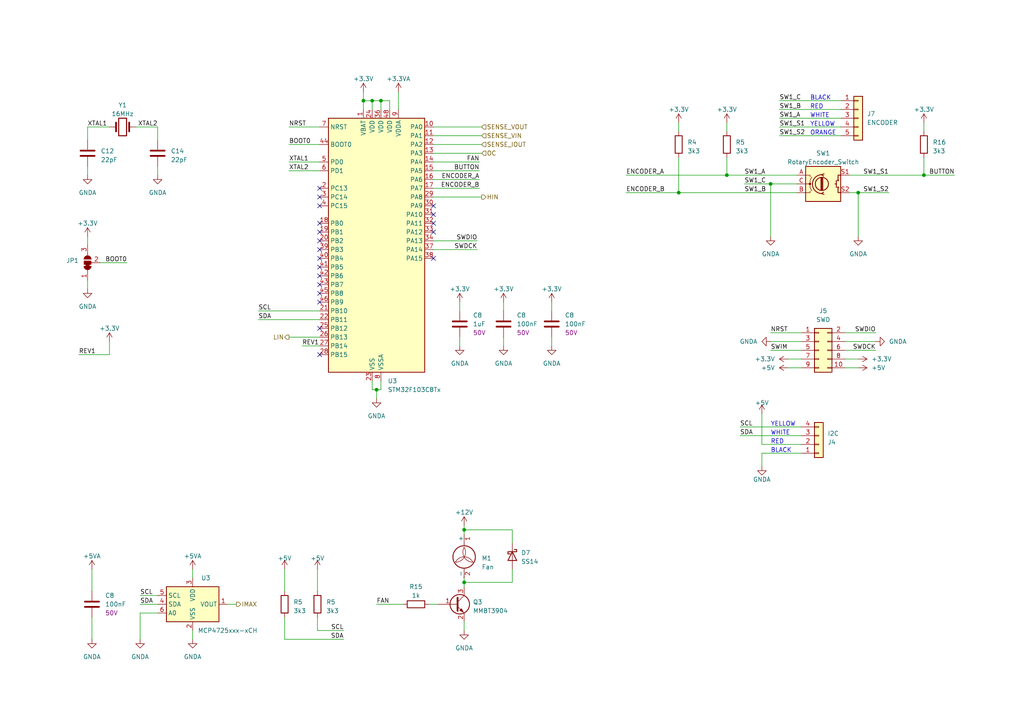
<source format=kicad_sch>
(kicad_sch (version 20230121) (generator eeschema)
  (paper "A4")
  (title_block (title "HIGH VOLTAGE POWER SUPPLY") (date "2023-10-23") (rev "REV1") (company "INSTITUTO TECNOLOGICO DE AERONAUTICA (ITA)") (comment 1 "PROF. COLOMBO") (comment 2 "OUTPUT CURRENT: 0 - 5 A") (comment 3 "OUTPUT VOLTAGE: 0 - 300 V"))
  (lib_symbols
    (symbol "Analog_DAC:MCP4725xxx-xCH"
      (property "Reference" "U" (at -6.35 6.35 0))
      (property "Value" "MCP4725xxx-xCH" (at 8.89 6.35 0))
      (symbol "MCP4725xxx-xCH_0_1"
        (rectangle (start -7.62 5.08) (end 7.62 -5.08) (stroke (width 0.254)) (fill (type background)))
      )
      (symbol "MCP4725xxx-xCH_1_1"
        (pin output line (at 10.16 0 180) (length 2.54) (name "VOUT") (number "1"))
        (pin power_in line (at 0 -7.62 90) (length 2.54) (name "VSS") (number "2"))
        (pin power_in line (at 0 7.62 270) (length 2.54) (name "VDD") (number "3"))
        (pin bidirectional line (at -10.16 0 0) (length 2.54) (name "SDA") (number "4"))
        (pin input line (at -10.16 2.54 0) (length 2.54) (name "SCL") (number "5"))
        (pin input line (at -10.16 -2.54 0) (length 2.54) (name "A0") (number "6"))
      )
    )
    (symbol "Connector_Generic:Conn_01x04" (pin_names (offset 1.016) hide)
      (property "Reference" "J" (at 0 5.08 0))
      (property "Value" "Conn_01x04" (at 0 -7.62 0))
      (symbol "Conn_01x04_1_1"
        (rectangle (start -1.27 -4.953) (end 0 -5.207) (stroke (width 0.1524)))
        (rectangle (start -1.27 -2.413) (end 0 -2.667) (stroke (width 0.1524)))
        (rectangle (start -1.27 0.127) (end 0 -0.127) (stroke (width 0.1524)))
        (rectangle (start -1.27 2.667) (end 0 2.413) (stroke (width 0.1524)))
        (rectangle (start -1.27 3.81) (end 1.27 -6.35) (stroke (width 0.254)) (fill (type background)))
        (pin passive line (at -5.08 2.54 0) (length 3.81) (name "Pin_1") (number "1"))
        (pin passive line (at -5.08 0 0) (length 3.81) (name "Pin_2") (number "2"))
        (pin passive line (at -5.08 -2.54 0) (length 3.81) (name "Pin_3") (number "3"))
        (pin passive line (at -5.08 -5.08 0) (length 3.81) (name "Pin_4") (number "4"))
      )
    )
    (symbol "Connector_Generic:Conn_01x05" (pin_names (offset 1.016) hide)
      (property "Reference" "J" (at 0 7.62 0))
      (property "Value" "Conn_01x05" (at 0 -7.62 0))
      (symbol "Conn_01x05_1_1"
        (rectangle (start -1.27 -4.953) (end 0 -5.207) (stroke (width 0.1524)))
        (rectangle (start -1.27 -2.413) (end 0 -2.667) (stroke (width 0.1524)))
        (rectangle (start -1.27 0.127) (end 0 -0.127) (stroke (width 0.1524)))
        (rectangle (start -1.27 2.667) (end 0 2.413) (stroke (width 0.1524)))
        (rectangle (start -1.27 5.207) (end 0 4.953) (stroke (width 0.1524)))
        (rectangle (start -1.27 6.35) (end 1.27 -6.35) (stroke (width 0.254)) (fill (type background)))
        (pin passive line (at -5.08 5.08 0) (length 3.81) (name "Pin_1") (number "1"))
        (pin passive line (at -5.08 2.54 0) (length 3.81) (name "Pin_2") (number "2"))
        (pin passive line (at -5.08 0 0) (length 3.81) (name "Pin_3") (number "3"))
        (pin passive line (at -5.08 -2.54 0) (length 3.81) (name "Pin_4") (number "4"))
        (pin passive line (at -5.08 -5.08 0) (length 3.81) (name "Pin_5") (number "5"))
      )
    )
    (symbol "Connector_Generic:Conn_02x05_Odd_Even" (pin_names (offset 1.016) hide)
      (property "Reference" "J" (at 1.27 7.62 0))
      (property "Value" "Conn_02x05_Odd_Even" (at 1.27 -7.62 0))
      (symbol "Conn_02x05_Odd_Even_1_1"
        (rectangle (start -1.27 -4.953) (end 0 -5.207) (stroke (width 0.1524)))
        (rectangle (start -1.27 -2.413) (end 0 -2.667) (stroke (width 0.1524)))
        (rectangle (start -1.27 0.127) (end 0 -0.127) (stroke (width 0.1524)))
        (rectangle (start -1.27 2.667) (end 0 2.413) (stroke (width 0.1524)))
        (rectangle (start -1.27 5.207) (end 0 4.953) (stroke (width 0.1524)))
        (rectangle (start -1.27 6.35) (end 3.81 -6.35) (stroke (width 0.254)) (fill (type background)))
        (rectangle (start 3.81 -4.953) (end 2.54 -5.207) (stroke (width 0.1524)))
        (rectangle (start 3.81 -2.413) (end 2.54 -2.667) (stroke (width 0.1524)))
        (rectangle (start 3.81 0.127) (end 2.54 -0.127) (stroke (width 0.1524)))
        (rectangle (start 3.81 2.667) (end 2.54 2.413) (stroke (width 0.1524)))
        (rectangle (start 3.81 5.207) (end 2.54 4.953) (stroke (width 0.1524)))
        (pin passive line (at -5.08 5.08 0) (length 3.81) (name "Pin_1") (number "1"))
        (pin passive line (at 7.62 -5.08 180) (length 3.81) (name "Pin_10") (number "10"))
        (pin passive line (at 7.62 5.08 180) (length 3.81) (name "Pin_2") (number "2"))
        (pin passive line (at -5.08 2.54 0) (length 3.81) (name "Pin_3") (number "3"))
        (pin passive line (at 7.62 2.54 180) (length 3.81) (name "Pin_4") (number "4"))
        (pin passive line (at -5.08 0 0) (length 3.81) (name "Pin_5") (number "5"))
        (pin passive line (at 7.62 0 180) (length 3.81) (name "Pin_6") (number "6"))
        (pin passive line (at -5.08 -2.54 0) (length 3.81) (name "Pin_7") (number "7"))
        (pin passive line (at 7.62 -2.54 180) (length 3.81) (name "Pin_8") (number "8"))
        (pin passive line (at -5.08 -5.08 0) (length 3.81) (name "Pin_9") (number "9"))
      )
    )
    (symbol "Device:C" (pin_numbers hide) (pin_names (offset 0.254))
      (property "Reference" "C" (at 0.635 2.54 0))
      (property "Value" "C" (at 0.635 -2.54 0))
      (symbol "C_0_1"
        (polyline (pts (xy -2.032 -0.762) (xy 2.032 -0.762)) (stroke (width 0.508)))
        (polyline (pts (xy -2.032 0.762) (xy 2.032 0.762)) (stroke (width 0.508)))
      )
      (symbol "C_1_1"
        (pin passive line (at 0 3.81 270) (length 2.794) (name "~") (number "1"))
        (pin passive line (at 0 -3.81 90) (length 2.794) (name "~") (number "2"))
      )
    )
    (symbol "Device:Crystal" (pin_numbers hide) (pin_names (offset 1.016) hide)
      (property "Reference" "Y" (at 0 3.81 0))
      (property "Value" "Crystal" (at 0 -3.81 0))
      (symbol "Crystal_0_1"
        (rectangle (start -1.143 2.54) (end 1.143 -2.54) (stroke (width 0.3048)))
        (polyline (pts (xy -2.54 0) (xy -1.905 0)))
        (polyline (pts (xy -1.905 -1.27) (xy -1.905 1.27)) (stroke (width 0.508)))
        (polyline (pts (xy 1.905 -1.27) (xy 1.905 1.27)) (stroke (width 0.508)))
        (polyline (pts (xy 2.54 0) (xy 1.905 0)))
      )
      (symbol "Crystal_1_1"
        (pin passive line (at -3.81 0 0) (length 1.27) (name "1") (number "1"))
        (pin passive line (at 3.81 0 180) (length 1.27) (name "2") (number "2"))
      )
    )
    (symbol "Device:D_Schottky" (pin_numbers hide) (pin_names (offset 1.016) hide)
      (property "Reference" "D" (at 0 2.54 0))
      (property "Value" "D_Schottky" (at 0 -2.54 0))
      (symbol "D_Schottky_0_1"
        (polyline (pts (xy 1.27 0) (xy -1.27 0)))
        (polyline (pts (xy 1.27 1.27) (xy 1.27 -1.27) (xy -1.27 0) (xy 1.27 1.27)) (stroke (width 0.254)))
        (polyline (pts (xy -1.905 0.635) (xy -1.905 1.27) (xy -1.27 1.27) (xy -1.27 -1.27) (xy -0.635 -1.27) (xy -0.635 -0.635)) (stroke (width 0.254)))
      )
      (symbol "D_Schottky_1_1"
        (pin passive line (at -3.81 0 0) (length 2.54) (name "K") (number "1"))
        (pin passive line (at 3.81 0 180) (length 2.54) (name "A") (number "2"))
      )
    )
    (symbol "Device:R" (pin_numbers hide) (pin_names (offset 0))
      (property "Reference" "R" (at 2.032 0 90))
      (property "Value" "R" (at 0 0 90))
      (symbol "R_0_1"
        (rectangle (start -1.016 -2.54) (end 1.016 2.54) (stroke (width 0.254)))
      )
      (symbol "R_1_1"
        (pin passive line (at 0 3.81 270) (length 1.27) (name "~") (number "1"))
        (pin passive line (at 0 -3.81 90) (length 1.27) (name "~") (number "2"))
      )
    )
    (symbol "Device:RotaryEncoder_Switch" (pin_names (offset 0.254) hide)
      (property "Reference" "SW" (at 0 6.604 0))
      (property "Value" "RotaryEncoder_Switch" (at 0 -6.604 0))
      (symbol "RotaryEncoder_Switch_0_1"
        (rectangle (start -5.08 5.08) (end 5.08 -5.08) (stroke (width 0.254)) (fill (type background)))
        (circle (center -3.81 0) (radius 0.254) (fill (type outline)))
        (circle (center -0.381 0) (radius 1.905) (stroke (width 0.254)))
        (arc (start -0.381 2.667) (mid -3.0988 -0.0635) (end -0.381 -2.794) (stroke (width 0.254)))
        (polyline (pts (xy -0.635 -1.778) (xy -0.635 1.778)) (stroke (width 0.254)))
        (polyline (pts (xy -0.381 -1.778) (xy -0.381 1.778)) (stroke (width 0.254)))
        (polyline (pts (xy -0.127 1.778) (xy -0.127 -1.778)) (stroke (width 0.254)))
        (polyline (pts (xy 3.81 0) (xy 3.429 0)) (stroke (width 0.254)))
        (polyline (pts (xy 3.81 1.016) (xy 3.81 -1.016)) (stroke (width 0.254)))
        (polyline (pts (xy -5.08 -2.54) (xy -3.81 -2.54) (xy -3.81 -2.032)))
        (polyline (pts (xy -5.08 2.54) (xy -3.81 2.54) (xy -3.81 2.032)))
        (polyline (pts (xy 0.254 -3.048) (xy -0.508 -2.794) (xy 0.127 -2.413)) (stroke (width 0.254)))
        (polyline (pts (xy 0.254 2.921) (xy -0.508 2.667) (xy 0.127 2.286)) (stroke (width 0.254)))
        (polyline (pts (xy 5.08 -2.54) (xy 4.318 -2.54) (xy 4.318 -1.016)) (stroke (width 0.254)))
        (polyline (pts (xy 5.08 2.54) (xy 4.318 2.54) (xy 4.318 1.016)) (stroke (width 0.254)))
        (polyline (pts (xy -5.08 0) (xy -3.81 0) (xy -3.81 -1.016) (xy -3.302 -2.032)))
        (polyline (pts (xy -4.318 0) (xy -3.81 0) (xy -3.81 1.016) (xy -3.302 2.032)))
        (circle (center 4.318 -1.016) (radius 0.127) (stroke (width 0.254)))
        (circle (center 4.318 1.016) (radius 0.127) (stroke (width 0.254)))
      )
      (symbol "RotaryEncoder_Switch_1_1"
        (pin passive line (at -7.62 2.54 0) (length 2.54) (name "A") (number "A"))
        (pin passive line (at -7.62 -2.54 0) (length 2.54) (name "B") (number "B"))
        (pin passive line (at -7.62 0 0) (length 2.54) (name "C") (number "C"))
        (pin passive line (at 7.62 2.54 180) (length 2.54) (name "S1") (number "S1"))
        (pin passive line (at 7.62 -2.54 180) (length 2.54) (name "S2") (number "S2"))
      )
    )
    (symbol "Jumper:SolderJumper_3_Bridged12" (pin_names (offset 0) hide)
      (property "Reference" "JP" (at -2.54 -2.54 0))
      (property "Value" "SolderJumper_3_Bridged12" (at 0 2.794 0))
      (symbol "SolderJumper_3_Bridged12_0_1"
        (rectangle (start -1.016 0.508) (end -0.508 -0.508) (fill (type outline)))
        (arc (start -1.016 1.016) (mid -2.0276 0) (end -1.016 -1.016))
        (arc (start -1.016 1.016) (mid -2.0276 0) (end -1.016 -1.016) (fill (type outline)))
        (rectangle (start -0.508 1.016) (end 0.508 -1.016) (fill (type outline)))
        (polyline (pts (xy -2.54 0) (xy -2.032 0)))
        (polyline (pts (xy -1.016 1.016) (xy -1.016 -1.016)))
        (polyline (pts (xy 0 -1.27) (xy 0 -1.016)))
        (polyline (pts (xy 1.016 1.016) (xy 1.016 -1.016)))
        (polyline (pts (xy 2.54 0) (xy 2.032 0)))
        (arc (start 1.016 -1.016) (mid 2.0276 0) (end 1.016 1.016))
        (arc (start 1.016 -1.016) (mid 2.0276 0) (end 1.016 1.016) (fill (type outline)))
      )
      (symbol "SolderJumper_3_Bridged12_1_1"
        (pin passive line (at -5.08 0 0) (length 2.54) (name "A") (number "1"))
        (pin passive line (at 0 -3.81 90) (length 2.54) (name "C") (number "2"))
        (pin passive line (at 5.08 0 180) (length 2.54) (name "B") (number "3"))
      )
    )
    (symbol "MCU_ST_STM32F1:STM32F103C8Tx"
      (property "Reference" "U" (at -12.7 39.37 0))
      (property "Value" "STM32F103C8Tx" (at 10.16 39.37 0))
      (symbol "STM32F103C8Tx_0_1"
        (rectangle (start -12.7 -35.56) (end 15.24 38.1) (stroke (width 0.254)) (fill (type background)))
      )
      (symbol "STM32F103C8Tx_1_1"
        (pin power_in line (at -2.54 40.64 270) (length 2.54) (name "VBAT") (number "1"))
        (pin bidirectional line (at 17.78 35.56 180) (length 2.54) (name "PA0") (number "10"))
        (pin bidirectional line (at 17.78 33.02 180) (length 2.54) (name "PA1") (number "11"))
        (pin bidirectional line (at 17.78 30.48 180) (length 2.54) (name "PA2") (number "12"))
        (pin bidirectional line (at 17.78 27.94 180) (length 2.54) (name "PA3") (number "13"))
        (pin bidirectional line (at 17.78 25.4 180) (length 2.54) (name "PA4") (number "14"))
        (pin bidirectional line (at 17.78 22.86 180) (length 2.54) (name "PA5") (number "15"))
        (pin bidirectional line (at 17.78 20.32 180) (length 2.54) (name "PA6") (number "16"))
        (pin bidirectional line (at 17.78 17.78 180) (length 2.54) (name "PA7") (number "17"))
        (pin bidirectional line (at -15.24 7.62 0) (length 2.54) (name "PB0") (number "18"))
        (pin bidirectional line (at -15.24 5.08 0) (length 2.54) (name "PB1") (number "19"))
        (pin bidirectional line (at -15.24 17.78 0) (length 2.54) (name "PC13") (number "2"))
        (pin bidirectional line (at -15.24 2.54 0) (length 2.54) (name "PB2") (number "20"))
        (pin bidirectional line (at -15.24 -17.78 0) (length 2.54) (name "PB10") (number "21"))
        (pin bidirectional line (at -15.24 -20.32 0) (length 2.54) (name "PB11") (number "22"))
        (pin power_in line (at 0 -38.1 90) (length 2.54) (name "VSS") (number "23"))
        (pin power_in line (at 0 40.64 270) (length 2.54) (name "VDD") (number "24"))
        (pin bidirectional line (at -15.24 -22.86 0) (length 2.54) (name "PB12") (number "25"))
        (pin bidirectional line (at -15.24 -25.4 0) (length 2.54) (name "PB13") (number "26"))
        (pin bidirectional line (at -15.24 -27.94 0) (length 2.54) (name "PB14") (number "27"))
        (pin bidirectional line (at -15.24 -30.48 0) (length 2.54) (name "PB15") (number "28"))
        (pin bidirectional line (at 17.78 15.24 180) (length 2.54) (name "PA8") (number "29"))
        (pin bidirectional line (at -15.24 15.24 0) (length 2.54) (name "PC14") (number "3"))
        (pin bidirectional line (at 17.78 12.7 180) (length 2.54) (name "PA9") (number "30"))
        (pin bidirectional line (at 17.78 10.16 180) (length 2.54) (name "PA10") (number "31"))
        (pin bidirectional line (at 17.78 7.62 180) (length 2.54) (name "PA11") (number "32"))
        (pin bidirectional line (at 17.78 5.08 180) (length 2.54) (name "PA12") (number "33"))
        (pin bidirectional line (at 17.78 2.54 180) (length 2.54) (name "PA13") (number "34"))
        (pin passive line (at 0 -38.1 90) (length 2.54) hide (name "VSS") (number "35"))
        (pin power_in line (at 2.54 40.64 270) (length 2.54) (name "VDD") (number "36"))
        (pin bidirectional line (at 17.78 0 180) (length 2.54) (name "PA14") (number "37"))
        (pin bidirectional line (at 17.78 -2.54 180) (length 2.54) (name "PA15") (number "38"))
        (pin bidirectional line (at -15.24 0 0) (length 2.54) (name "PB3") (number "39"))
        (pin bidirectional line (at -15.24 12.7 0) (length 2.54) (name "PC15") (number "4"))
        (pin bidirectional line (at -15.24 -2.54 0) (length 2.54) (name "PB4") (number "40"))
        (pin bidirectional line (at -15.24 -5.08 0) (length 2.54) (name "PB5") (number "41"))
        (pin bidirectional line (at -15.24 -7.62 0) (length 2.54) (name "PB6") (number "42"))
        (pin bidirectional line (at -15.24 -10.16 0) (length 2.54) (name "PB7") (number "43"))
        (pin input line (at -15.24 30.48 0) (length 2.54) (name "BOOT0") (number "44"))
        (pin bidirectional line (at -15.24 -12.7 0) (length 2.54) (name "PB8") (number "45"))
        (pin bidirectional line (at -15.24 -15.24 0) (length 2.54) (name "PB9") (number "46"))
        (pin passive line (at 0 -38.1 90) (length 2.54) hide (name "VSS") (number "47"))
        (pin power_in line (at 5.08 40.64 270) (length 2.54) (name "VDD") (number "48"))
        (pin bidirectional line (at -15.24 25.4 0) (length 2.54) (name "PD0") (number "5"))
        (pin bidirectional line (at -15.24 22.86 0) (length 2.54) (name "PD1") (number "6"))
        (pin input line (at -15.24 35.56 0) (length 2.54) (name "NRST") (number "7"))
        (pin power_in line (at 2.54 -38.1 90) (length 2.54) (name "VSSA") (number "8"))
        (pin power_in line (at 7.62 40.64 270) (length 2.54) (name "VDDA") (number "9"))
      )
    )
    (symbol "Motor:Fan" (pin_names (offset 0))
      (property "Reference" "M" (at 2.54 5.08 0))
      (property "Value" "Fan" (at 2.54 -2.54 0))
      (symbol "Fan_0_1"
        (arc (start -2.54 -0.508) (mid 0.0028 0.9121) (end 0 3.81))
        (polyline (pts (xy 0 -5.08) (xy 0 -4.572)))
        (polyline (pts (xy 0 -2.2352) (xy 0 -2.6416)))
        (polyline (pts (xy 0 4.2672) (xy 0 4.6228)))
        (polyline (pts (xy 0 4.572) (xy 0 5.08)))
        (circle (center 0 1.016) (radius 3.2512) (stroke (width 0.254)))
        (arc (start 0 3.81) (mid 0.053 0.921) (end 2.54 -0.508))
        (arc (start 2.54 -0.508) (mid 0 1.0618) (end -2.54 -0.508))
      )
      (symbol "Fan_1_1"
        (pin passive line (at 0 7.62 270) (length 2.54) (name "+") (number "1"))
        (pin passive line (at 0 -5.08 90) (length 2.54) (name "-") (number "2"))
      )
    )
    (symbol "Transistor_BJT:MMBT3904" (pin_names (offset 0) hide)
      (property "Reference" "Q" (at 5.08 1.905 0))
      (property "Value" "MMBT3904" (at 5.08 0 0))
      (symbol "MMBT3904_0_1"
        (polyline (pts (xy 0.635 0.635) (xy 2.54 2.54)))
        (polyline (pts (xy 0.635 -0.635) (xy 2.54 -2.54) (xy 2.54 -2.54)))
        (polyline (pts (xy 0.635 1.905) (xy 0.635 -1.905) (xy 0.635 -1.905)) (stroke (width 0.508)))
        (polyline (pts (xy 1.27 -1.778) (xy 1.778 -1.27) (xy 2.286 -2.286) (xy 1.27 -1.778) (xy 1.27 -1.778)) (fill (type outline)))
        (circle (center 1.27 0) (radius 2.8194) (stroke (width 0.254)))
      )
      (symbol "MMBT3904_1_1"
        (pin input line (at -5.08 0 0) (length 5.715) (name "B") (number "1"))
        (pin passive line (at 2.54 -5.08 90) (length 2.54) (name "E") (number "2"))
        (pin passive line (at 2.54 5.08 270) (length 2.54) (name "C") (number "3"))
      )
    )
    (symbol "power:+12V" (power) (pin_names (offset 0))
      (property "Value" "+12V" (at 0 3.556 0))
      (symbol "+12V_0_1"
        (polyline (pts (xy -0.762 1.27) (xy 0 2.54)))
        (polyline (pts (xy 0 0) (xy 0 2.54)))
        (polyline (pts (xy 0 2.54) (xy 0.762 1.27)))
      )
      (symbol "+12V_1_1"
        (pin power_in line (at 0 0 90) (length 0) hide (name "+12V") (number "1"))
      )
    )
    (symbol "power:+3.3V" (power) (pin_names (offset 0))
      (property "Value" "+3.3V" (at 0 3.556 0))
      (symbol "+3.3V_0_1"
        (polyline (pts (xy -0.762 1.27) (xy 0 2.54)))
        (polyline (pts (xy 0 0) (xy 0 2.54)))
        (polyline (pts (xy 0 2.54) (xy 0.762 1.27)))
      )
      (symbol "+3.3V_1_1"
        (pin power_in line (at 0 0 90) (length 0) hide (name "+3.3V") (number "1"))
      )
    )
    (symbol "power:+3.3VA" (power) (pin_names (offset 0))
      (property "Value" "+3.3VA" (at 0 3.556 0))
      (symbol "+3.3VA_0_1"
        (polyline (pts (xy -0.762 1.27) (xy 0 2.54)))
        (polyline (pts (xy 0 0) (xy 0 2.54)))
        (polyline (pts (xy 0 2.54) (xy 0.762 1.27)))
      )
      (symbol "+3.3VA_1_1"
        (pin power_in line (at 0 0 90) (length 0) hide (name "+3.3VA") (number "1"))
      )
    )
    (symbol "power:+5V" (power) (pin_names (offset 0))
      (property "Value" "+5V" (at 0 3.556 0))
      (symbol "+5V_0_1"
        (polyline (pts (xy -0.762 1.27) (xy 0 2.54)))
        (polyline (pts (xy 0 0) (xy 0 2.54)))
        (polyline (pts (xy 0 2.54) (xy 0.762 1.27)))
      )
      (symbol "+5V_1_1"
        (pin power_in line (at 0 0 90) (length 0) hide (name "+5V") (number "1"))
      )
    )
    (symbol "power:+5VA" (power) (pin_names (offset 0))
      (property "Value" "+5VA" (at 0 3.556 0))
      (symbol "+5VA_0_1"
        (polyline (pts (xy -0.762 1.27) (xy 0 2.54)))
        (polyline (pts (xy 0 0) (xy 0 2.54)))
        (polyline (pts (xy 0 2.54) (xy 0.762 1.27)))
      )
      (symbol "+5VA_1_1"
        (pin power_in line (at 0 0 90) (length 0) hide (name "+5VA") (number "1"))
      )
    )
    (symbol "power:GNDA" (power) (pin_names (offset 0))
      (property "Value" "GNDA" (at 0 -3.81 0))
      (symbol "GNDA_0_1"
        (polyline (pts (xy 0 0) (xy 0 -1.27) (xy 1.27 -1.27) (xy 0 -2.54) (xy -1.27 -1.27) (xy 0 -1.27)))
      )
      (symbol "GNDA_1_1"
        (pin power_in line (at 0 0 270) (length 0) hide (name "GNDA") (number "1"))
      )
    )
  )
  (junction (at 105.41 29.21))
  (junction (at 196.85 55.88))
  (junction (at 223.52 53.34))
  (junction (at 134.62 168.91))
  (junction (at 110.49 29.21))
  (junction (at 210.82 50.8))
  (junction (at 107.95 29.21))
  (junction (at 109.22 113.03))
  (junction (at 267.97 50.8))
  (junction (at 248.92 55.88))
  (junction (at 134.62 153.67))
  (no_connect (at 125.73 74.93))
  (no_connect (at 92.71 80.01))
  (no_connect (at 92.71 87.63))
  (no_connect (at 92.71 69.85))
  (no_connect (at 125.73 64.77))
  (no_connect (at 92.71 67.31))
  (no_connect (at 92.71 74.93))
  (no_connect (at 92.71 85.09))
  (no_connect (at 125.73 62.23))
  (no_connect (at 92.71 95.25))
  (no_connect (at 92.71 59.69))
  (no_connect (at 125.73 59.69))
  (no_connect (at 92.71 102.87))
  (no_connect (at 92.71 77.47))
  (no_connect (at 92.71 54.61))
  (no_connect (at 92.71 72.39))
  (no_connect (at 92.71 64.77))
  (no_connect (at 92.71 57.15))
  (no_connect (at 92.71 82.55))
  (no_connect (at 125.73 67.31))
  (wire (pts (xy 139.065 52.07) (xy 125.73 52.07)))
  (wire (pts (xy 181.61 55.88) (xy 196.85 55.88)))
  (wire (pts (xy 210.82 35.56) (xy 210.82 38.1)))
  (wire (pts (xy 25.4 48.26) (xy 25.4 50.8)))
  (wire (pts (xy 223.52 96.52) (xy 232.41 96.52)))
  (wire (pts (xy 83.82 46.99) (xy 92.71 46.99)))
  (wire (pts (xy 125.73 57.15) (xy 139.7 57.15)))
  (wire (pts (xy 245.11 96.52) (xy 254 96.52)))
  (wire (pts (xy 210.82 50.8) (xy 231.14 50.8)))
  (wire (pts (xy 29.21 76.2) (xy 36.83 76.2)))
  (wire (pts (xy 134.62 168.91) (xy 134.62 170.18)))
  (wire (pts (xy 248.92 55.88) (xy 257.81 55.88)))
  (wire (pts (xy 133.35 87.63) (xy 133.35 90.17)))
  (wire (pts (xy 125.73 41.91) (xy 139.7 41.91)))
  (wire (pts (xy 223.52 101.6) (xy 232.41 101.6)))
  (wire (pts (xy 115.57 26.67) (xy 115.57 31.75)))
  (wire (pts (xy 146.05 97.79) (xy 146.05 100.33)))
  (wire (pts (xy 226.06 39.37) (xy 243.84 39.37)))
  (wire (pts (xy 83.82 41.91) (xy 92.71 41.91)))
  (wire (pts (xy 223.52 99.06) (xy 232.41 99.06)))
  (wire (pts (xy 107.95 29.21) (xy 105.41 29.21)))
  (wire (pts (xy 226.06 36.83) (xy 243.84 36.83)))
  (wire (pts (xy 113.03 29.21) (xy 110.49 29.21)))
  (wire (pts (xy 92.075 182.88) (xy 92.075 179.07)))
  (wire (pts (xy 214.63 123.825) (xy 232.41 123.825)))
  (wire (pts (xy 146.05 87.63) (xy 146.05 90.17)))
  (wire (pts (xy 246.38 50.8) (xy 267.97 50.8)))
  (wire (pts (xy 125.73 36.83) (xy 139.7 36.83)))
  (wire (pts (xy 231.14 53.34) (xy 223.52 53.34)))
  (wire (pts (xy 148.59 168.91) (xy 134.62 168.91)))
  (wire (pts (xy 55.88 182.88) (xy 55.88 185.42)))
  (wire (pts (xy 196.85 35.56) (xy 196.85 38.1)))
  (wire (pts (xy 228.6 104.14) (xy 232.41 104.14)))
  (wire (pts (xy 267.97 50.8) (xy 267.97 45.72)))
  (wire (pts (xy 110.49 29.21) (xy 110.49 31.75)))
  (wire (pts (xy 110.49 113.03) (xy 109.22 113.03)))
  (wire (pts (xy 148.59 165.1) (xy 148.59 168.91)))
  (wire (pts (xy 40.64 172.72) (xy 45.72 172.72)))
  (wire (pts (xy 25.4 36.83) (xy 25.4 40.64)))
  (wire (pts (xy 246.38 55.88) (xy 248.92 55.88)))
  (wire (pts (xy 92.075 182.88) (xy 99.695 182.88)))
  (wire (pts (xy 231.14 55.88) (xy 196.85 55.88)))
  (wire (pts (xy 220.98 131.445) (xy 220.98 135.255)))
  (wire (pts (xy 25.4 81.28) (xy 25.4 83.82)))
  (wire (pts (xy 215.9 53.34) (xy 223.52 53.34)))
  (wire (pts (xy 31.75 102.87) (xy 31.75 99.06)))
  (wire (pts (xy 134.62 153.67) (xy 134.62 154.94)))
  (wire (pts (xy 124.46 175.26) (xy 127 175.26)))
  (wire (pts (xy 125.73 46.99) (xy 139.065 46.99)))
  (wire (pts (xy 267.97 35.56) (xy 267.97 38.1)))
  (wire (pts (xy 55.88 165.1) (xy 55.88 167.64)))
  (wire (pts (xy 107.95 29.21) (xy 110.49 29.21)))
  (wire (pts (xy 245.11 104.14) (xy 248.92 104.14)))
  (wire (pts (xy 226.06 34.29) (xy 243.84 34.29)))
  (wire (pts (xy 74.93 92.71) (xy 92.71 92.71)))
  (wire (pts (xy 134.62 167.64) (xy 134.62 168.91)))
  (wire (pts (xy 26.67 165.1) (xy 26.67 171.45)))
  (wire (pts (xy 160.02 97.79) (xy 160.02 100.33)))
  (wire (pts (xy 232.41 128.905) (xy 220.98 128.905)))
  (wire (pts (xy 45.72 177.8) (xy 40.64 177.8)))
  (wire (pts (xy 74.93 90.17) (xy 92.71 90.17)))
  (wire (pts (xy 82.55 185.42) (xy 99.695 185.42)))
  (wire (pts (xy 133.35 97.79) (xy 133.35 100.33)))
  (wire (pts (xy 45.72 48.26) (xy 45.72 50.8)))
  (wire (pts (xy 109.22 113.03) (xy 107.95 113.03)))
  (wire (pts (xy 134.62 180.34) (xy 134.62 182.88)))
  (wire (pts (xy 125.73 72.39) (xy 138.43 72.39)))
  (wire (pts (xy 125.73 69.85) (xy 138.43 69.85)))
  (wire (pts (xy 148.59 157.48) (xy 148.59 153.67)))
  (wire (pts (xy 196.85 55.88) (xy 196.85 45.72)))
  (wire (pts (xy 82.55 165.1) (xy 82.55 171.45)))
  (wire (pts (xy 82.55 185.42) (xy 82.55 179.07)))
  (wire (pts (xy 83.82 49.53) (xy 92.71 49.53)))
  (wire (pts (xy 83.82 36.83) (xy 92.71 36.83)))
  (wire (pts (xy 40.64 177.8) (xy 40.64 185.42)))
  (wire (pts (xy 66.04 175.26) (xy 68.58 175.26)))
  (wire (pts (xy 40.64 175.26) (xy 45.72 175.26)))
  (wire (pts (xy 248.92 55.88) (xy 248.92 68.58)))
  (wire (pts (xy 245.11 106.68) (xy 248.92 106.68)))
  (wire (pts (xy 125.73 39.37) (xy 139.7 39.37)))
  (wire (pts (xy 113.03 31.75) (xy 113.03 29.21)))
  (wire (pts (xy 220.98 128.905) (xy 220.98 120.015)))
  (wire (pts (xy 107.95 29.21) (xy 107.95 31.75)))
  (wire (pts (xy 267.97 50.8) (xy 276.86 50.8)))
  (wire (pts (xy 226.06 29.21) (xy 243.84 29.21)))
  (wire (pts (xy 105.41 26.67) (xy 105.41 29.21)))
  (wire (pts (xy 139.065 54.61) (xy 125.73 54.61)))
  (wire (pts (xy 107.95 113.03) (xy 107.95 110.49)))
  (wire (pts (xy 223.52 53.34) (xy 223.52 68.58)))
  (wire (pts (xy 26.67 179.07) (xy 26.67 185.42)))
  (wire (pts (xy 181.61 50.8) (xy 210.82 50.8)))
  (wire (pts (xy 160.02 87.63) (xy 160.02 90.17)))
  (wire (pts (xy 25.4 68.58) (xy 25.4 71.12)))
  (wire (pts (xy 110.49 110.49) (xy 110.49 113.03)))
  (wire (pts (xy 39.37 36.83) (xy 45.72 36.83)))
  (wire (pts (xy 125.73 44.45) (xy 139.7 44.45)))
  (wire (pts (xy 214.63 126.365) (xy 232.41 126.365)))
  (wire (pts (xy 210.82 45.72) (xy 210.82 50.8)))
  (wire (pts (xy 45.72 36.83) (xy 45.72 40.64)))
  (wire (pts (xy 228.6 106.68) (xy 232.41 106.68)))
  (wire (pts (xy 220.98 131.445) (xy 232.41 131.445)))
  (wire (pts (xy 31.75 36.83) (xy 25.4 36.83)))
  (wire (pts (xy 148.59 153.67) (xy 134.62 153.67)))
  (wire (pts (xy 139.065 49.53) (xy 125.73 49.53)))
  (wire (pts (xy 87.63 100.33) (xy 92.71 100.33)))
  (wire (pts (xy 245.11 101.6) (xy 254 101.6)))
  (wire (pts (xy 105.41 29.21) (xy 105.41 31.75)))
  (wire (pts (xy 92.075 165.1) (xy 92.075 171.45)))
  (wire (pts (xy 134.62 152.4) (xy 134.62 153.67)))
  (wire (pts (xy 22.86 102.87) (xy 31.75 102.87)))
  (wire (pts (xy 109.22 175.26) (xy 116.84 175.26)))
  (wire (pts (xy 245.11 99.06) (xy 254 99.06)))
  (wire (pts (xy 83.82 97.79) (xy 92.71 97.79)))
  (wire (pts (xy 109.22 113.03) (xy 109.22 115.57)))
  (wire (pts (xy 243.84 31.75) (xy 226.06 31.75)))
  (text "ORANGE" (at 234.95 39.37 0) (effects (font (size 1.27 1.27)) (justify left bottom)))
  (text "BLACK" (at 234.95 29.21 0) (effects (font (size 1.27 1.27)) (justify left bottom)))
  (text "YELLOW" (at 223.52 123.825 0) (effects (font (size 1.27 1.27)) (justify left bottom)))
  (text "RED" (at 234.95 31.75 0) (effects (font (size 1.27 1.27)) (justify left bottom)))
  (text "WHITE" (at 234.95 34.29 0) (effects (font (size 1.27 1.27)) (justify left bottom)))
  (text "YELLOW" (at 234.95 36.83 0) (effects (font (size 1.27 1.27)) (justify left bottom)))
  (text "WHITE" (at 223.52 126.365 0) (effects (font (size 1.27 1.27)) (justify left bottom)))
  (text "RED" (at 223.52 128.905 0) (effects (font (size 1.27 1.27)) (justify left bottom)))
  (text "BLACK" (at 223.52 131.445 0) (effects (font (size 1.27 1.27)) (justify left bottom)))
  (label "SWDCK" (at 254 101.6 180))
  (label "SW1_C" (at 226.06 29.21 0))
  (label "REV1" (at 87.63 100.33 0))
  (label "SW1_S2" (at 226.06 39.37 0))
  (label "XTAL1" (at 25.4 36.83 0))
  (label "XTAL2" (at 45.72 36.83 180))
  (label "BUTTON" (at 276.86 50.8 180))
  (label "SCL" (at 40.64 172.72 0))
  (label "SWIM" (at 223.52 101.6 0))
  (label "BUTTON" (at 139.065 49.53 180))
  (label "SW1_A" (at 215.9 50.8 0))
  (label "SW1_S1" (at 257.81 50.8 180))
  (label "SW1_C" (at 215.9 53.34 0))
  (label "XTAL2" (at 83.82 49.53 0))
  (label "XTAL1" (at 83.82 46.99 0))
  (label "ENCODER_A" (at 139.065 52.07 180))
  (label "NRST" (at 83.82 36.83 0))
  (label "ENCODER_A" (at 181.61 50.8 0))
  (label "SCL" (at 99.695 182.88 180))
  (label "REV1" (at 22.86 102.87 0))
  (label "SDA" (at 214.63 126.365 0))
  (label "SWDIO" (at 254 96.52 180))
  (label "SDA" (at 74.93 92.71 0))
  (label "SW1_S1" (at 226.06 36.83 0))
  (label "SDA" (at 40.64 175.26 0))
  (label "SCL" (at 74.93 90.17 0))
  (label "SWDCK" (at 138.43 72.39 180))
  (label "BOOT0" (at 36.83 76.2 180))
  (label "SW1_B" (at 226.06 31.75 0))
  (label "ENCODER_B" (at 139.065 54.61 180))
  (label "NRST" (at 223.52 96.52 0))
  (label "BOOT0" (at 83.82 41.91 0))
  (label "FAN" (at 139.065 46.99 180))
  (label "SW1_A" (at 226.06 34.29 0))
  (label "FAN" (at 109.22 175.26 0))
  (label "SWDIO" (at 138.43 69.85 180))
  (label "SW1_B" (at 215.9 55.88 0))
  (label "ENCODER_B" (at 181.61 55.88 0))
  (label "SCL" (at 214.63 123.825 0))
  (label "SDA" (at 99.695 185.42 180))
  (label "SW1_S2" (at 257.81 55.88 180))
  (hierarchical_label "SENSE_VOUT" (shape input) (at 139.7 36.83 0))
  (hierarchical_label "SENSE_VIN" (shape input) (at 139.7 39.37 0))
  (hierarchical_label "IMAX" (shape output) (at 68.58 175.26 0))
  (hierarchical_label "LIN" (shape output) (at 83.82 97.79 180))
  (hierarchical_label "SENSE_IOUT" (shape input) (at 139.7 41.91 0))
  (hierarchical_label "HIN" (shape output) (at 139.7 57.15 0))
  (hierarchical_label "OC" (shape input) (at 139.7 44.45 0))
  (symbol (lib_id "Device:C") (at 25.4 44.45 0) (unit 1)
    (property "Reference" "C12" (at 29.21 43.815 0) (effects (justify left)))
    (property "Value" "22pF" (at 29.21 46.355 0) (effects (justify left)))
    (property "Footprint" "Capacitor_SMD:C_1206_3216Metric" (effects hide))
  )
  (symbol (lib_id "Device:R") (at 267.97 41.91 0) (unit 1)
    (property "Reference" "R16" (at 270.51 41.275 0) (effects (justify left)))
    (property "Value" "3k3" (at 270.51 43.815 0) (effects (justify left)))
    (property "Footprint" "Resistor_SMD:R_1206_3216Metric" (effects hide))
    (instances (project "board" (path "" (reference "R16") (unit 1)) (path "" (reference "R6") (unit 1))))
  )
  (symbol (lib_id "Connector_Generic:Conn_02x05_Odd_Even") (at 237.49 101.6 0) (unit 1)
    (property "Reference" "J5" (at 238.76 90.17 0))
    (property "Value" "SWD" (at 238.76 92.71 0))
    (property "Footprint" "Connector_IDC:IDC-Header_2x05_P2.54mm_Vertical" (effects hide))
  )
  (symbol (lib_id "power:GNDA") (at 25.4 83.82 0) (unit 1)
    (property "Reference" "#PWR026" (effects hide))
    (property "Value" "GNDA" (at 25.4 88.9 0))
  )
  (symbol (lib_id "Device:Crystal") (at 35.56 36.83 0) (unit 1)
    (property "Reference" "Y1" (at 35.56 30.48 0))
    (property "Value" "16MHz" (at 35.56 33.02 0))
    (property "Footprint" "Crystal:Crystal_HC49-4H_Vertical" (effects hide))
  )
  (symbol (lib_id "power:+3.3V") (at 31.75 99.06 0) (unit 1)
    (property "Reference" "#PWR010" (effects hide))
    (property "Value" "+3.3V" (at 31.75 95.25 0))
    (instances (project "board" (path "" (reference "#PWR010") (unit 1)) (path "" (reference "#PWR056") (unit 1))))
  )
  (symbol (lib_id "Device:C") (at 146.05 93.98 0) (unit 1)
    (property "Reference" "C8" (at 149.86 91.44 0) (effects (justify left)))
    (property "Value" "100nF" (at 149.86 93.98 0) (effects (justify left)))
    (property "Footprint" "Capacitor_SMD:C_1206_3216Metric" (effects hide))
    (property "Voltage" "50V" (at 149.86 96.52 0) (effects (justify left)))
    (instances (project "board" (path "" (reference "C8") (unit 1)) (path "" (reference "C23") (unit 1)) (path "" (reference "C16") (unit 1))))
  )
  (symbol (lib_id "power:+5V") (at 92.075 165.1 0) (mirror y) (unit 1)
    (property "Reference" "#PWR023" (effects hide))
    (property "Value" "+5V" (at 92.075 161.925 0))
    (instances (project "board" (path "" (reference "#PWR023") (unit 1)) (path "" (reference "#PWR070") (unit 1))))
  )
  (symbol (lib_id "Device:R") (at 210.82 41.91 0) (unit 1)
    (property "Reference" "R5" (at 213.36 41.275 0) (effects (justify left)))
    (property "Value" "3k3" (at 213.36 43.815 0) (effects (justify left)))
    (property "Footprint" "Resistor_SMD:R_1206_3216Metric" (effects hide))
  )
  (symbol (lib_id "power:+3.3V") (at 133.35 87.63 0) (unit 1)
    (property "Reference" "#PWR010" (effects hide))
    (property "Value" "+3.3V" (at 133.35 83.82 0))
    (instances (project "board" (path "" (reference "#PWR010") (unit 1)) (path "" (reference "#PWR036") (unit 1))))
  )
  (symbol (lib_id "power:GNDA") (at 109.22 115.57 0) (unit 1)
    (property "Reference" "#PWR011" (effects hide))
    (property "Value" "GNDA" (at 109.22 120.65 0))
    (instances (project "board" (path "" (reference "#PWR011") (unit 1)) (path "" (reference "#PWR034") (unit 1))))
  )
  (symbol (lib_id "Device:R") (at 82.55 175.26 0) (unit 1)
    (property "Reference" "R5" (at 85.09 174.625 0) (effects (justify left)))
    (property "Value" "3k3" (at 85.09 177.165 0) (effects (justify left)))
    (property "Footprint" "Resistor_SMD:R_1206_3216Metric" (effects hide))
    (instances (project "board" (path "" (reference "R5") (unit 1)) (path "" (reference "R20") (unit 1))))
  )
  (symbol (lib_id "power:GNDA") (at 55.88 185.42 0) (unit 1)
    (property "Reference" "#PWR011" (effects hide))
    (property "Value" "GNDA" (at 55.88 190.5 0))
    (instances (project "board" (path "" (reference "#PWR011") (unit 1)) (path "" (reference "#PWR032") (unit 1))))
  )
  (symbol (lib_id "power:+3.3V") (at 160.02 87.63 0) (unit 1)
    (property "Reference" "#PWR010" (effects hide))
    (property "Value" "+3.3V" (at 160.02 83.82 0))
    (instances (project "board" (path "" (reference "#PWR010") (unit 1)) (path "" (reference "#PWR042") (unit 1))))
  )
  (symbol (lib_id "power:GNDA") (at 220.98 135.255 0) (mirror y) (unit 1)
    (property "Reference" "#PWR022" (effects hide))
    (property "Value" "GNDA" (at 220.98 139.065 0))
    (instances (project "board" (path "" (reference "#PWR022") (unit 1)) (path "" (reference "#PWR048") (unit 1))))
  )
  (symbol (lib_id "MCU_ST_STM32F1:STM32F103C8Tx") (at 107.95 72.39 0) (unit 1)
    (property "Reference" "U3" (at 112.4459 110.49 0) (effects (justify left)))
    (property "Value" "STM32F103C8Tx" (at 112.4459 113.03 0) (effects (justify left)))
    (property "Footprint" "Package_QFP:LQFP-48_7x7mm_P0.5mm" (effects hide))
    (property "Datasheet" "https://www.st.com/resource/en/datasheet/stm32f103c8.pdf" (effects hide))
    (instances (project "board" (path "" (reference "U3") (unit 1)) (path "" (reference "U4") (unit 1))))
  )
  (symbol (lib_id "power:+12V") (at 134.62 152.4 0) (unit 1)
    (property "Reference" "#PWR027" (effects hide))
    (property "Value" "+12V" (at 134.62 148.59 0))
    (instances (project "board" (path "" (reference "#PWR027") (unit 1)) (path "" (reference "#PWR038") (unit 1))))
  )
  (symbol (lib_id "power:GNDA") (at 223.52 99.06 270) (unit 1)
    (property "Reference" "#PWR042" (effects hide))
    (property "Value" "GNDA" (at 219.71 99.06 90) (effects (justify right)))
    (instances (project "board" (path "" (reference "#PWR042") (unit 1)) (path "" (reference "#PWR051") (unit 1))))
  )
  (symbol (lib_id "power:+3.3V") (at 146.05 87.63 0) (unit 1)
    (property "Reference" "#PWR010" (effects hide))
    (property "Value" "+3.3V" (at 146.05 83.82 0))
    (instances (project "board" (path "" (reference "#PWR010") (unit 1)) (path "" (reference "#PWR040") (unit 1))))
  )
  (symbol (lib_id "power:GNDA") (at 40.64 185.42 0) (unit 1)
    (property "Reference" "#PWR011" (effects hide))
    (property "Value" "GNDA" (at 40.64 190.5 0))
    (instances (project "board" (path "" (reference "#PWR011") (unit 1)) (path "" (reference "#PWR029") (unit 1))))
  )
  (symbol (lib_id "Device:C") (at 45.72 44.45 0) (unit 1)
    (property "Reference" "C14" (at 49.53 43.815 0) (effects (justify left)))
    (property "Value" "22pF" (at 49.53 46.355 0) (effects (justify left)))
    (property "Footprint" "Capacitor_SMD:C_1206_3216Metric" (effects hide))
  )
  (symbol (lib_id "Device:C") (at 26.67 175.26 0) (unit 1)
    (property "Reference" "C8" (at 30.48 172.72 0) (effects (justify left)))
    (property "Value" "100nF" (at 30.48 175.26 0) (effects (justify left)))
    (property "Footprint" "Capacitor_SMD:C_1206_3216Metric" (effects hide))
    (property "Voltage" "50V" (at 30.48 177.8 0) (effects (justify left)))
    (instances (project "board" (path "" (reference "C8") (unit 1)) (path "" (reference "C23") (unit 1)) (path "" (reference "C13") (unit 1))))
  )
  (symbol (lib_id "power:GNDA") (at 45.72 50.8 0) (unit 1)
    (property "Reference" "#PWR030" (effects hide))
    (property "Value" "GNDA" (at 45.72 55.88 0))
  )
  (symbol (lib_id "power:+5VA") (at 26.67 165.1 0) (unit 1)
    (property "Reference" "#PWR031" (effects hide))
    (property "Value" "+5VA" (at 26.67 161.29 0))
  )
  (symbol (lib_id "power:+3.3V") (at 105.41 26.67 0) (unit 1)
    (property "Reference" "#PWR010" (effects hide))
    (property "Value" "+3.3V" (at 105.41 22.86 0))
    (instances (project "board" (path "" (reference "#PWR010") (unit 1)) (path "" (reference "#PWR033") (unit 1))))
  )
  (symbol (lib_id "Jumper:SolderJumper_3_Bridged12") (at 25.4 76.2 90) (unit 1)
    (property "Reference" "JP1" (at 22.86 75.565 90) (effects (justify left)))
    (property "Footprint" "Jumper:SolderJumper-3_P2.0mm_Open_TrianglePad1.0x1.5mm_NumberLabels" (effects hide))
  )
  (symbol (lib_id "power:GNDA") (at 25.4 50.8 0) (unit 1)
    (property "Reference" "#PWR024" (effects hide))
    (property "Value" "GNDA" (at 25.4 55.88 0))
  )
  (symbol (lib_id "power:+5V") (at 82.55 165.1 0) (mirror y) (unit 1)
    (property "Reference" "#PWR023" (effects hide))
    (property "Value" "+5V" (at 82.55 161.925 0))
    (instances (project "board" (path "" (reference "#PWR023") (unit 1)) (path "" (reference "#PWR057") (unit 1))))
  )
  (symbol (lib_id "power:GNDA") (at 248.92 68.58 0) (unit 1)
    (property "Reference" "#PWR057" (effects hide))
    (property "Value" "GNDA" (at 248.92 73.66 0))
    (instances (project "board" (path "" (reference "#PWR057") (unit 1)) (path "" (reference "#PWR060") (unit 1))))
  )
  (symbol (lib_id "Device:C") (at 160.02 93.98 0) (unit 1)
    (property "Reference" "C8" (at 163.83 91.44 0) (effects (justify left)))
    (property "Value" "100nF" (at 163.83 93.98 0) (effects (justify left)))
    (property "Footprint" "Capacitor_SMD:C_1206_3216Metric" (effects hide))
    (property "Voltage" "50V" (at 163.83 96.52 0) (effects (justify left)))
    (instances (project "board" (path "" (reference "C8") (unit 1)) (path "" (reference "C23") (unit 1)) (path "" (reference "C17") (unit 1))))
  )
  (symbol (lib_id "power:+5VA") (at 55.88 165.1 0) (unit 1)
    (property "Reference" "#PWR027" (effects hide))
    (property "Value" "+5VA" (at 55.88 161.29 0))
  )
  (symbol (lib_id "power:+3.3V") (at 210.82 35.56 0) (unit 1)
    (property "Reference" "#PWR054" (effects hide))
    (property "Value" "+3.3V" (at 210.82 31.75 0))
    (instances (project "board" (path "" (reference "#PWR054") (unit 1)) (path "" (reference "#PWR049") (unit 1))))
  )
  (symbol (lib_id "Device:R") (at 92.075 175.26 0) (unit 1)
    (property "Reference" "R5" (at 94.615 174.625 0) (effects (justify left)))
    (property "Value" "3k3" (at 94.615 177.165 0) (effects (justify left)))
    (property "Footprint" "Resistor_SMD:R_1206_3216Metric" (effects hide))
    (instances (project "board" (path "" (reference "R5") (unit 1)) (path "" (reference "R21") (unit 1))))
  )
  (symbol (lib_id "power:+5V") (at 248.92 106.68 270) (unit 1)
    (property "Reference" "#PWR013" (effects hide))
    (property "Value" "+5V" (at 252.73 106.68 90) (effects (justify left)))
    (instances (project "board" (path "" (reference "#PWR013") (unit 1)) (path "" (reference "#PWR059") (unit 1))))
  )
  (symbol (lib_id "Connector_Generic:Conn_01x04") (at 237.49 128.905 0) (mirror x) (unit 1)
    (property "Reference" "J4" (at 240.03 128.27 0) (effects (justify left)))
    (property "Value" "I2C" (at 240.03 125.73 0) (effects (justify left)))
    (property "Footprint" "Connector_JST:JST_XH_B4B-XH-A_1x04_P2.50mm_Vertical" (effects hide))
  )
  (symbol (lib_id "power:+3.3VA") (at 115.57 26.67 0) (unit 1)
    (property "Reference" "#PWR09" (effects hide))
    (property "Value" "+3.3VA" (at 115.57 22.86 0))
    (instances (project "board" (path "" (reference "#PWR09") (unit 1)) (path "" (reference "#PWR035") (unit 1))))
  )
  (symbol (lib_id "power:GNDA") (at 146.05 100.33 0) (unit 1)
    (property "Reference" "#PWR055" (effects hide))
    (property "Value" "GNDA" (at 146.05 105.41 0))
    (instances (project "board" (path "" (reference "#PWR055") (unit 1)) (path "" (reference "#PWR041") (unit 1))))
  )
  (symbol (lib_id "Device:RotaryEncoder_Switch") (at 238.76 53.34 0) (unit 1)
    (property "Reference" "SW1" (at 238.76 44.45 0))
    (property "Value" "RotaryEncoder_Switch" (at 238.76 46.99 0))
  )
  (symbol (lib_id "Device:R") (at 196.85 41.91 0) (unit 1)
    (property "Reference" "R4" (at 199.39 41.275 0) (effects (justify left)))
    (property "Value" "3k3" (at 199.39 43.815 0) (effects (justify left)))
    (property "Footprint" "Resistor_SMD:R_1206_3216Metric" (effects hide))
  )
  (symbol (lib_id "power:+3.3V") (at 25.4 68.58 0) (unit 1)
    (property "Reference" "#PWR010" (effects hide))
    (property "Value" "+3.3V" (at 25.4 64.77 0))
    (instances (project "board" (path "" (reference "#PWR010") (unit 1)) (path "" (reference "#PWR025") (unit 1))))
  )
  (symbol (lib_id "power:+5V") (at 228.6 106.68 90) (unit 1)
    (property "Reference" "#PWR04" (effects hide))
    (property "Value" "+5V" (at 224.79 106.68 90) (effects (justify left)))
    (instances (project "board" (path "" (reference "#PWR04") (unit 1)) (path "" (reference "#PWR054") (unit 1))))
  )
  (symbol (lib_id "power:+3.3V") (at 267.97 35.56 0) (unit 1)
    (property "Reference" "#PWR056" (effects hide))
    (property "Value" "+3.3V" (at 267.97 31.75 0))
    (instances (project "board" (path "" (reference "#PWR056") (unit 1)) (path "" (reference "#PWR062") (unit 1))))
  )
  (symbol (lib_id "power:+3.3V") (at 248.92 104.14 270) (unit 1)
    (property "Reference" "#PWR037" (effects hide))
    (property "Value" "+3.3V" (at 252.73 104.14 90) (effects (justify left)))
    (instances (project "board" (path "" (reference "#PWR037") (unit 1)) (path "" (reference "#PWR058") (unit 1))))
  )
  (symbol (lib_id "Device:D_Schottky") (at 148.59 161.29 270) (unit 1)
    (property "Reference" "D7" (at 151.13 160.3375 90) (effects (justify left)))
    (property "Value" "SS14" (at 151.13 162.8775 90) (effects (justify left)))
    (property "Footprint" "Diode_SMD:D_SMA" (effects hide))
  )
  (symbol (lib_id "power:GNDA") (at 26.67 185.42 0) (unit 1)
    (property "Reference" "#PWR055" (effects hide))
    (property "Value" "GNDA" (at 26.67 190.5 0))
    (instances (project "board" (path "" (reference "#PWR055") (unit 1)) (path "" (reference "#PWR028") (unit 1))))
  )
  (symbol (lib_id "power:GNDA") (at 160.02 100.33 0) (unit 1)
    (property "Reference" "#PWR055" (effects hide))
    (property "Value" "GNDA" (at 160.02 105.41 0))
    (instances (project "board" (path "" (reference "#PWR055") (unit 1)) (path "" (reference "#PWR043") (unit 1))))
  )
  (symbol (lib_id "power:GNDA") (at 223.52 68.58 0) (unit 1)
    (property "Reference" "#PWR055" (effects hide))
    (property "Value" "GNDA" (at 223.52 73.66 0))
    (instances (project "board" (path "" (reference "#PWR055") (unit 1)) (path "" (reference "#PWR052") (unit 1))))
  )
  (symbol (lib_id "Transistor_BJT:MMBT3904") (at 132.08 175.26 0) (unit 1)
    (property "Reference" "Q3" (at 137.16 174.625 0) (effects (justify left)))
    (property "Value" "MMBT3904" (at 137.16 177.165 0) (effects (justify left)))
    (property "Footprint" "Package_TO_SOT_SMD:SOT-23" (effects hide))
    (property "Datasheet" "https://www.onsemi.com/pub/Collateral/2N3903-D.PDF" (effects hide))
    (instances (project "board" (path "" (reference "Q3") (unit 1)) (path "" (reference "Q1") (unit 1))))
  )
  (symbol (lib_id "power:GNDA") (at 254 99.06 90) (unit 1)
    (property "Reference" "#PWR043" (effects hide))
    (property "Value" "GNDA" (at 257.81 99.06 90) (effects (justify right)))
    (instances (project "board" (path "" (reference "#PWR043") (unit 1)) (path "" (reference "#PWR061") (unit 1))))
  )
  (symbol (lib_id "Analog_DAC:MCP4725xxx-xCH") (at 55.88 175.26 0) (unit 1)
    (property "Reference" "U3" (at 59.69 167.64 0))
    (property "Value" "MCP4725xxx-xCH" (at 66.04 182.88 0))
    (property "Footprint" "Package_TO_SOT_SMD:SOT-23-6" (effects hide))
    (property "Datasheet" "http://ww1.microchip.com/downloads/en/DeviceDoc/22039d.pdf" (effects hide))
  )
  (symbol (lib_id "power:GNDA") (at 133.35 100.33 0) (unit 1)
    (property "Reference" "#PWR055" (effects hide))
    (property "Value" "GNDA" (at 133.35 105.41 0))
    (instances (project "board" (path "" (reference "#PWR055") (unit 1)) (path "" (reference "#PWR037") (unit 1))))
  )
  (symbol (lib_id "Connector_Generic:Conn_01x05") (at 248.92 34.29 0) (unit 1)
    (property "Reference" "J7" (at 251.46 33.02 0) (effects (justify left)))
    (property "Value" "ENCODER" (at 251.46 35.56 0) (effects (justify left)))
    (property "Footprint" "Connector_JST:JST_XH_B5B-XH-A_1x05_P2.50mm_Vertical" (effects hide))
  )
  (symbol (lib_id "power:+3.3V") (at 228.6 104.14 90) (unit 1)
    (property "Reference" "#PWR041" (effects hide))
    (property "Value" "+3.3V" (at 224.79 104.14 90) (effects (justify left)))
    (instances (project "board" (path "" (reference "#PWR041") (unit 1)) (path "" (reference "#PWR053") (unit 1))))
  )
  (symbol (lib_id "Device:C") (at 133.35 93.98 0) (unit 1)
    (property "Reference" "C8" (at 137.16 91.44 0) (effects (justify left)))
    (property "Value" "1uF" (at 137.16 93.98 0) (effects (justify left)))
    (property "Footprint" "Capacitor_SMD:C_1206_3216Metric" (effects hide))
    (property "Voltage" "50V" (at 137.16 96.52 0) (effects (justify left)))
    (instances (project "board" (path "" (reference "C8") (unit 1)) (path "" (reference "C23") (unit 1)) (path "" (reference "C15") (unit 1))))
  )
  (symbol (lib_id "power:+5V") (at 220.98 120.015 0) (mirror y) (unit 1)
    (property "Reference" "#PWR023" (effects hide))
    (property "Value" "+5V" (at 220.98 116.84 0))
    (instances (project "board" (path "" (reference "#PWR023") (unit 1)) (path "" (reference "#PWR046") (unit 1))))
  )
  (symbol (lib_id "Motor:Fan") (at 134.62 162.56 0) (unit 1)
    (property "Reference" "M1" (at 139.7 161.925 0) (effects (justify left)))
    (property "Value" "Fan" (at 139.7 164.465 0) (effects (justify left)))
    (property "Footprint" "Connector_JST:JST_XH_B2B-XH-A_1x02_P2.50mm_Vertical" (effects hide))
  )
  (symbol (lib_id "power:GNDA") (at 134.62 182.88 0) (unit 1)
    (property "Reference" "#PWR028" (effects hide))
    (property "Value" "GNDA" (at 134.62 187.96 0))
    (instances (project "board" (path "" (reference "#PWR028") (unit 1)) (path "" (reference "#PWR039") (unit 1))))
  )
  (symbol (lib_id "Device:R") (at 120.65 175.26 90) (unit 1)
    (property "Reference" "R15" (at 120.65 170.18 90))
    (property "Value" "1k" (at 120.65 172.72 90))
    (property "Footprint" "Resistor_SMD:R_1206_3216Metric" (effects hide))
    (instances (project "board" (path "" (reference "R15") (unit 1)) (path "" (reference "R3") (unit 1))))
  )
  (symbol (lib_id "power:+3.3V") (at 196.85 35.56 0) (unit 1)
    (property "Reference" "#PWR053" (effects hide))
    (property "Value" "+3.3V" (at 196.85 31.75 0))
    (instances (project "board" (path "" (reference "#PWR053") (unit 1)) (path "" (reference "#PWR044") (unit 1))))
  )
)
</source>
